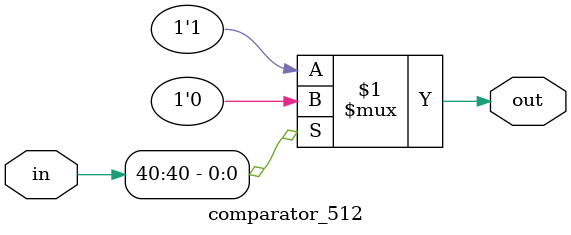
<source format=v>
module comparator_512(in,out);
input[40:0]in;
output[0:0]out;

assign  out=(in[40])?{1'b0}:{1'b1};

endmodule
</source>
